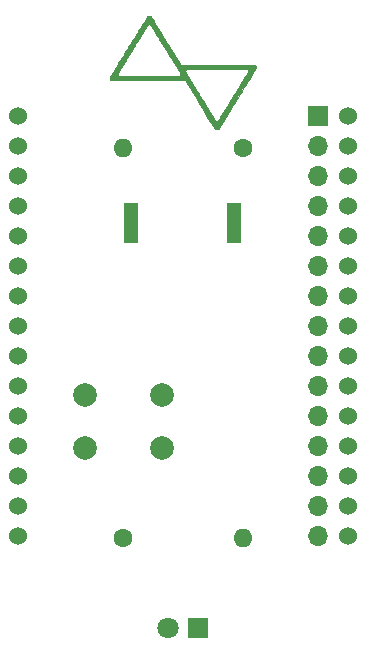
<source format=gbr>
%TF.GenerationSoftware,KiCad,Pcbnew,5.1.9*%
%TF.CreationDate,2021-03-28T18:49:31-04:00*%
%TF.ProjectId,easybutton,65617379-6275-4747-946f-6e2e6b696361,rev?*%
%TF.SameCoordinates,Original*%
%TF.FileFunction,Soldermask,Top*%
%TF.FilePolarity,Negative*%
%FSLAX46Y46*%
G04 Gerber Fmt 4.6, Leading zero omitted, Abs format (unit mm)*
G04 Created by KiCad (PCBNEW 5.1.9) date 2021-03-28 18:49:31*
%MOMM*%
%LPD*%
G01*
G04 APERTURE LIST*
%ADD10C,0.010000*%
%ADD11C,1.524000*%
%ADD12O,1.700000X1.700000*%
%ADD13R,1.700000X1.700000*%
%ADD14R,1.800000X1.800000*%
%ADD15C,1.800000*%
%ADD16C,1.600000*%
%ADD17O,1.600000X1.600000*%
%ADD18C,2.000000*%
%ADD19R,1.300000X3.400000*%
G04 APERTURE END LIST*
D10*
%TO.C,G\u002A\u002A\u002A*%
G36*
X134789740Y-75342274D02*
G01*
X134799669Y-75309162D01*
X134819096Y-75267189D01*
X134850360Y-75211273D01*
X134893918Y-75139380D01*
X134914878Y-75105397D01*
X134949971Y-75048404D01*
X134998138Y-74970125D01*
X135058319Y-74872286D01*
X135129453Y-74756610D01*
X135210482Y-74624822D01*
X135300345Y-74478648D01*
X135397983Y-74319812D01*
X135502336Y-74150039D01*
X135612343Y-73971052D01*
X135726945Y-73784578D01*
X135845083Y-73592341D01*
X135965696Y-73396065D01*
X136087725Y-73197475D01*
X136210110Y-72998296D01*
X136331791Y-72800253D01*
X136451707Y-72605070D01*
X136568801Y-72414473D01*
X136682010Y-72230184D01*
X136790277Y-72053931D01*
X136892541Y-71887436D01*
X136987741Y-71732426D01*
X137074819Y-71590624D01*
X137152714Y-71463755D01*
X137220367Y-71353544D01*
X137276718Y-71261717D01*
X137287973Y-71243371D01*
X137404126Y-71054050D01*
X137506116Y-70887917D01*
X137594948Y-70743414D01*
X137671629Y-70618980D01*
X137737166Y-70513053D01*
X137792563Y-70424074D01*
X137838828Y-70350483D01*
X137876966Y-70290718D01*
X137907983Y-70243221D01*
X137932886Y-70206429D01*
X137952680Y-70178783D01*
X137968372Y-70158723D01*
X137980967Y-70144687D01*
X137991473Y-70135116D01*
X138000894Y-70128450D01*
X138010237Y-70123127D01*
X138010284Y-70123102D01*
X138079879Y-70100092D01*
X138152472Y-70100418D01*
X138218281Y-70123797D01*
X138227149Y-70129400D01*
X138246842Y-70147962D01*
X138275390Y-70183486D01*
X138313776Y-70237434D01*
X138362984Y-70311269D01*
X138423999Y-70406454D01*
X138497804Y-70524451D01*
X138551827Y-70612000D01*
X138594907Y-70682106D01*
X138651919Y-70774887D01*
X138721598Y-70888285D01*
X138802680Y-71020242D01*
X138893901Y-71168700D01*
X138993996Y-71331601D01*
X139101700Y-71506887D01*
X139215748Y-71692499D01*
X139334877Y-71886380D01*
X139457821Y-72086472D01*
X139583317Y-72290717D01*
X139710099Y-72497056D01*
X139809304Y-72658514D01*
X140790287Y-74255085D01*
X143917258Y-74262342D01*
X144282526Y-74263217D01*
X144619794Y-74264086D01*
X144930095Y-74264956D01*
X145214457Y-74265838D01*
X145473910Y-74266738D01*
X145709485Y-74267667D01*
X145922212Y-74268632D01*
X146113121Y-74269642D01*
X146283241Y-74270705D01*
X146433603Y-74271831D01*
X146565236Y-74273028D01*
X146679172Y-74274303D01*
X146776439Y-74275667D01*
X146858069Y-74277128D01*
X146925090Y-74278693D01*
X146978533Y-74280372D01*
X147019428Y-74282173D01*
X147048805Y-74284106D01*
X147067695Y-74286177D01*
X147077126Y-74288397D01*
X147077663Y-74288669D01*
X147121339Y-74328303D01*
X147153083Y-74385604D01*
X147167278Y-74449902D01*
X147167546Y-74459362D01*
X147164775Y-74488697D01*
X147154846Y-74521809D01*
X147135419Y-74563782D01*
X147104155Y-74619698D01*
X147060597Y-74691591D01*
X147039637Y-74725574D01*
X147004544Y-74782567D01*
X146956377Y-74860845D01*
X146896196Y-74958685D01*
X146825062Y-75074361D01*
X146744033Y-75206148D01*
X146654170Y-75352322D01*
X146556532Y-75511159D01*
X146452179Y-75680932D01*
X146342172Y-75859918D01*
X146227570Y-76046392D01*
X146109432Y-76238630D01*
X145988819Y-76434906D01*
X145866790Y-76633495D01*
X145744405Y-76832674D01*
X145622724Y-77030717D01*
X145502808Y-77225900D01*
X145385714Y-77416498D01*
X145272505Y-77600786D01*
X145164238Y-77777040D01*
X145061974Y-77943534D01*
X144966774Y-78098545D01*
X144879696Y-78240347D01*
X144801801Y-78367216D01*
X144734148Y-78477426D01*
X144677797Y-78569254D01*
X144666542Y-78587600D01*
X144550389Y-78776921D01*
X144448399Y-78943053D01*
X144359567Y-79087556D01*
X144282886Y-79211991D01*
X144217349Y-79317918D01*
X144161952Y-79406896D01*
X144115687Y-79480488D01*
X144077549Y-79540252D01*
X144046532Y-79587750D01*
X144021629Y-79624542D01*
X144001835Y-79652188D01*
X143986143Y-79672248D01*
X143973548Y-79686284D01*
X143963042Y-79695854D01*
X143953621Y-79702521D01*
X143944278Y-79707844D01*
X143944231Y-79707869D01*
X143874636Y-79730879D01*
X143826916Y-79730665D01*
X143826916Y-79022974D01*
X143853775Y-79021292D01*
X143879023Y-79014901D01*
X143904361Y-79001660D01*
X143931491Y-78979431D01*
X143962114Y-78946073D01*
X143997933Y-78899449D01*
X144040648Y-78837418D01*
X144091962Y-78757842D01*
X144153577Y-78658581D01*
X144227193Y-78537496D01*
X144271364Y-78464228D01*
X144330308Y-78366870D01*
X144399064Y-78254255D01*
X144471932Y-78135663D01*
X144543211Y-78020373D01*
X144605772Y-77919942D01*
X144666519Y-77822633D01*
X144731249Y-77718471D01*
X144795233Y-77615097D01*
X144853745Y-77520151D01*
X144902057Y-77441271D01*
X144906660Y-77433714D01*
X144958079Y-77349335D01*
X145013404Y-77258683D01*
X145066872Y-77171196D01*
X145112717Y-77096310D01*
X145123877Y-77078114D01*
X145163810Y-77013014D01*
X145213985Y-76931187D01*
X145269483Y-76840658D01*
X145325383Y-76749452D01*
X145359678Y-76693485D01*
X145407023Y-76616299D01*
X145451328Y-76544229D01*
X145489493Y-76482304D01*
X145518421Y-76435549D01*
X145534087Y-76410457D01*
X145565379Y-76360570D01*
X145605381Y-76296189D01*
X145651920Y-76220869D01*
X145702824Y-76138167D01*
X145755919Y-76051638D01*
X145809034Y-75964838D01*
X145859995Y-75881322D01*
X145906629Y-75804646D01*
X145946765Y-75738366D01*
X145978230Y-75686037D01*
X145998850Y-75651214D01*
X146006453Y-75637455D01*
X146006458Y-75637412D01*
X146013754Y-75623595D01*
X146034190Y-75588742D01*
X146065585Y-75536471D01*
X146105755Y-75470403D01*
X146152521Y-75394157D01*
X146175784Y-75356443D01*
X146261705Y-75217166D01*
X146333210Y-75100301D01*
X146391224Y-75003619D01*
X146436675Y-74924889D01*
X146470491Y-74861882D01*
X146493599Y-74812368D01*
X146506925Y-74774119D01*
X146511399Y-74744903D01*
X146507946Y-74722492D01*
X146497494Y-74704656D01*
X146480970Y-74689166D01*
X146459616Y-74674003D01*
X146412032Y-74642051D01*
X143842100Y-74640512D01*
X143521876Y-74640323D01*
X143229398Y-74640166D01*
X142963382Y-74640054D01*
X142722545Y-74640002D01*
X142505604Y-74640023D01*
X142311276Y-74640131D01*
X142138278Y-74640340D01*
X141985327Y-74640664D01*
X141851140Y-74641115D01*
X141734432Y-74641710D01*
X141633923Y-74642460D01*
X141548327Y-74643379D01*
X141476363Y-74644483D01*
X141416747Y-74645784D01*
X141368195Y-74647296D01*
X141329426Y-74649033D01*
X141299155Y-74651009D01*
X141276100Y-74653237D01*
X141258977Y-74655732D01*
X141246503Y-74658507D01*
X141237396Y-74661576D01*
X141230372Y-74664953D01*
X141224147Y-74668652D01*
X141224124Y-74668666D01*
X141182265Y-74701303D01*
X141162598Y-74737976D01*
X141158686Y-74776039D01*
X141166048Y-74794766D01*
X141186842Y-74834854D01*
X141219133Y-74893040D01*
X141260984Y-74966059D01*
X141310459Y-75050647D01*
X141365621Y-75143538D01*
X141424535Y-75241470D01*
X141485263Y-75341177D01*
X141545870Y-75439395D01*
X141604420Y-75532860D01*
X141650340Y-75604914D01*
X141666925Y-75631322D01*
X141695546Y-75677557D01*
X141733146Y-75738653D01*
X141776667Y-75809641D01*
X141815651Y-75873428D01*
X141869090Y-75960881D01*
X141926146Y-76054065D01*
X141981537Y-76144365D01*
X142029980Y-76223164D01*
X142051487Y-76258057D01*
X142083195Y-76309512D01*
X142126951Y-76380631D01*
X142180755Y-76468158D01*
X142242607Y-76568834D01*
X142310509Y-76679400D01*
X142382462Y-76796600D01*
X142456465Y-76917174D01*
X142530521Y-77037865D01*
X142602629Y-77155415D01*
X142670791Y-77266566D01*
X142733007Y-77368060D01*
X142787279Y-77456639D01*
X142831606Y-77529045D01*
X142863991Y-77582020D01*
X142877317Y-77603879D01*
X142960427Y-77739912D01*
X143034403Y-77859589D01*
X143104711Y-77971648D01*
X143176814Y-78084825D01*
X143224844Y-78159428D01*
X143273522Y-78235439D01*
X143332607Y-78328721D01*
X143397382Y-78431767D01*
X143463132Y-78537071D01*
X143525141Y-78637126D01*
X143534872Y-78652914D01*
X143601145Y-78759838D01*
X143654724Y-78844302D01*
X143697632Y-78908867D01*
X143731890Y-78956097D01*
X143759521Y-78988553D01*
X143782547Y-79008797D01*
X143802989Y-79019391D01*
X143822870Y-79022898D01*
X143826916Y-79022974D01*
X143826916Y-79730665D01*
X143802043Y-79730552D01*
X143736234Y-79707174D01*
X143727366Y-79701571D01*
X143707673Y-79683009D01*
X143679125Y-79647485D01*
X143640739Y-79593537D01*
X143591531Y-79519701D01*
X143530516Y-79424517D01*
X143456711Y-79306519D01*
X143402688Y-79218971D01*
X143359608Y-79148865D01*
X143302596Y-79056084D01*
X143232917Y-78942685D01*
X143151835Y-78810728D01*
X143060614Y-78662270D01*
X142960519Y-78499370D01*
X142852815Y-78324084D01*
X142738767Y-78138472D01*
X142619638Y-77944590D01*
X142496694Y-77744499D01*
X142371198Y-77540254D01*
X142244416Y-77333915D01*
X142145211Y-77172457D01*
X141164228Y-75575885D01*
X138037257Y-75568628D01*
X137671989Y-75567753D01*
X137334721Y-75566885D01*
X137024420Y-75566014D01*
X136740058Y-75565133D01*
X136480605Y-75564232D01*
X136245030Y-75563304D01*
X136032303Y-75562339D01*
X135841394Y-75561329D01*
X135671274Y-75560265D01*
X135546531Y-75559332D01*
X135546531Y-75191648D01*
X138124008Y-75187824D01*
X138416723Y-75187317D01*
X138697827Y-75186686D01*
X138966074Y-75185940D01*
X139220218Y-75185086D01*
X139459013Y-75184133D01*
X139681212Y-75183088D01*
X139885568Y-75181960D01*
X140070837Y-75180757D01*
X140235772Y-75179487D01*
X140379126Y-75178157D01*
X140499652Y-75176777D01*
X140596106Y-75175353D01*
X140667240Y-75173895D01*
X140711809Y-75172410D01*
X140728500Y-75170942D01*
X140760608Y-75140910D01*
X140779853Y-75093994D01*
X140782612Y-75040829D01*
X140779008Y-75022698D01*
X140768026Y-74997848D01*
X140743791Y-74952158D01*
X140708462Y-74889391D01*
X140664193Y-74813309D01*
X140613143Y-74727674D01*
X140557763Y-74636727D01*
X140509129Y-74557641D01*
X140447689Y-74457658D01*
X140375805Y-74340630D01*
X140295844Y-74210406D01*
X140210168Y-74070839D01*
X140121142Y-73925780D01*
X140031131Y-73779080D01*
X139942500Y-73634591D01*
X139918026Y-73594685D01*
X139836601Y-73461960D01*
X139758240Y-73334316D01*
X139684526Y-73214328D01*
X139617044Y-73104569D01*
X139557376Y-73007613D01*
X139507108Y-72926035D01*
X139467822Y-72862409D01*
X139441102Y-72819308D01*
X139431311Y-72803657D01*
X139411709Y-72772266D01*
X139378900Y-72719306D01*
X139334844Y-72647956D01*
X139281501Y-72561397D01*
X139220830Y-72462812D01*
X139154792Y-72355380D01*
X139085347Y-72242283D01*
X139060466Y-72201734D01*
X138989707Y-72086613D01*
X138921103Y-71975413D01*
X138856706Y-71871430D01*
X138798569Y-71777962D01*
X138748743Y-71698305D01*
X138709281Y-71635756D01*
X138682235Y-71593613D01*
X138676472Y-71584877D01*
X138649744Y-71543892D01*
X138610839Y-71482916D01*
X138562750Y-71406705D01*
X138508472Y-71320018D01*
X138450996Y-71227613D01*
X138409023Y-71159741D01*
X138354321Y-71072131D01*
X138303293Y-70992441D01*
X138258254Y-70924126D01*
X138221522Y-70870644D01*
X138195411Y-70835450D01*
X138182934Y-70822283D01*
X138129778Y-70808748D01*
X138070914Y-70816980D01*
X138040131Y-70830832D01*
X138028673Y-70837796D01*
X138017921Y-70845654D01*
X138006371Y-70856674D01*
X137992520Y-70873123D01*
X137974864Y-70897268D01*
X137951900Y-70931376D01*
X137922125Y-70977713D01*
X137884034Y-71038549D01*
X137836125Y-71116148D01*
X137776894Y-71212780D01*
X137704838Y-71330710D01*
X137660687Y-71403028D01*
X137593696Y-71512593D01*
X137527536Y-71620479D01*
X137464711Y-71722628D01*
X137407723Y-71814982D01*
X137359073Y-71893486D01*
X137321265Y-71954080D01*
X137302634Y-71983600D01*
X137266870Y-72040320D01*
X137220182Y-72115190D01*
X137166702Y-72201538D01*
X137110561Y-72292694D01*
X137055890Y-72381988D01*
X137055429Y-72382742D01*
X137018082Y-72443847D01*
X136967482Y-72526472D01*
X136905593Y-72627418D01*
X136834379Y-72743485D01*
X136755804Y-72871475D01*
X136671832Y-73008187D01*
X136584427Y-73150422D01*
X136495554Y-73294981D01*
X136429300Y-73402703D01*
X136346549Y-73537318D01*
X136268484Y-73664498D01*
X136196409Y-73782109D01*
X136131624Y-73888017D01*
X136075432Y-73980087D01*
X136029136Y-74056186D01*
X135994038Y-74114181D01*
X135971439Y-74151936D01*
X135962642Y-74167317D01*
X135962572Y-74167539D01*
X135955194Y-74181689D01*
X135934169Y-74217762D01*
X135901162Y-74273021D01*
X135857839Y-74344727D01*
X135805864Y-74430142D01*
X135746901Y-74526527D01*
X135682617Y-74631143D01*
X135614674Y-74741254D01*
X135565204Y-74821142D01*
X135510795Y-74911027D01*
X135472480Y-74980911D01*
X135449519Y-75034441D01*
X135441174Y-75075267D01*
X135446706Y-75107038D01*
X135465376Y-75133401D01*
X135496445Y-75158007D01*
X135496923Y-75158328D01*
X135546531Y-75191648D01*
X135546531Y-75559332D01*
X135520912Y-75559140D01*
X135389279Y-75557943D01*
X135275343Y-75556667D01*
X135178076Y-75555303D01*
X135096446Y-75553843D01*
X135029425Y-75552278D01*
X134975982Y-75550599D01*
X134935087Y-75548797D01*
X134905710Y-75546865D01*
X134886820Y-75544793D01*
X134877389Y-75542574D01*
X134876852Y-75542302D01*
X134833176Y-75502667D01*
X134801432Y-75445367D01*
X134787237Y-75381069D01*
X134786969Y-75371608D01*
X134789740Y-75342274D01*
G37*
X134789740Y-75342274D02*
X134799669Y-75309162D01*
X134819096Y-75267189D01*
X134850360Y-75211273D01*
X134893918Y-75139380D01*
X134914878Y-75105397D01*
X134949971Y-75048404D01*
X134998138Y-74970125D01*
X135058319Y-74872286D01*
X135129453Y-74756610D01*
X135210482Y-74624822D01*
X135300345Y-74478648D01*
X135397983Y-74319812D01*
X135502336Y-74150039D01*
X135612343Y-73971052D01*
X135726945Y-73784578D01*
X135845083Y-73592341D01*
X135965696Y-73396065D01*
X136087725Y-73197475D01*
X136210110Y-72998296D01*
X136331791Y-72800253D01*
X136451707Y-72605070D01*
X136568801Y-72414473D01*
X136682010Y-72230184D01*
X136790277Y-72053931D01*
X136892541Y-71887436D01*
X136987741Y-71732426D01*
X137074819Y-71590624D01*
X137152714Y-71463755D01*
X137220367Y-71353544D01*
X137276718Y-71261717D01*
X137287973Y-71243371D01*
X137404126Y-71054050D01*
X137506116Y-70887917D01*
X137594948Y-70743414D01*
X137671629Y-70618980D01*
X137737166Y-70513053D01*
X137792563Y-70424074D01*
X137838828Y-70350483D01*
X137876966Y-70290718D01*
X137907983Y-70243221D01*
X137932886Y-70206429D01*
X137952680Y-70178783D01*
X137968372Y-70158723D01*
X137980967Y-70144687D01*
X137991473Y-70135116D01*
X138000894Y-70128450D01*
X138010237Y-70123127D01*
X138010284Y-70123102D01*
X138079879Y-70100092D01*
X138152472Y-70100418D01*
X138218281Y-70123797D01*
X138227149Y-70129400D01*
X138246842Y-70147962D01*
X138275390Y-70183486D01*
X138313776Y-70237434D01*
X138362984Y-70311269D01*
X138423999Y-70406454D01*
X138497804Y-70524451D01*
X138551827Y-70612000D01*
X138594907Y-70682106D01*
X138651919Y-70774887D01*
X138721598Y-70888285D01*
X138802680Y-71020242D01*
X138893901Y-71168700D01*
X138993996Y-71331601D01*
X139101700Y-71506887D01*
X139215748Y-71692499D01*
X139334877Y-71886380D01*
X139457821Y-72086472D01*
X139583317Y-72290717D01*
X139710099Y-72497056D01*
X139809304Y-72658514D01*
X140790287Y-74255085D01*
X143917258Y-74262342D01*
X144282526Y-74263217D01*
X144619794Y-74264086D01*
X144930095Y-74264956D01*
X145214457Y-74265838D01*
X145473910Y-74266738D01*
X145709485Y-74267667D01*
X145922212Y-74268632D01*
X146113121Y-74269642D01*
X146283241Y-74270705D01*
X146433603Y-74271831D01*
X146565236Y-74273028D01*
X146679172Y-74274303D01*
X146776439Y-74275667D01*
X146858069Y-74277128D01*
X146925090Y-74278693D01*
X146978533Y-74280372D01*
X147019428Y-74282173D01*
X147048805Y-74284106D01*
X147067695Y-74286177D01*
X147077126Y-74288397D01*
X147077663Y-74288669D01*
X147121339Y-74328303D01*
X147153083Y-74385604D01*
X147167278Y-74449902D01*
X147167546Y-74459362D01*
X147164775Y-74488697D01*
X147154846Y-74521809D01*
X147135419Y-74563782D01*
X147104155Y-74619698D01*
X147060597Y-74691591D01*
X147039637Y-74725574D01*
X147004544Y-74782567D01*
X146956377Y-74860845D01*
X146896196Y-74958685D01*
X146825062Y-75074361D01*
X146744033Y-75206148D01*
X146654170Y-75352322D01*
X146556532Y-75511159D01*
X146452179Y-75680932D01*
X146342172Y-75859918D01*
X146227570Y-76046392D01*
X146109432Y-76238630D01*
X145988819Y-76434906D01*
X145866790Y-76633495D01*
X145744405Y-76832674D01*
X145622724Y-77030717D01*
X145502808Y-77225900D01*
X145385714Y-77416498D01*
X145272505Y-77600786D01*
X145164238Y-77777040D01*
X145061974Y-77943534D01*
X144966774Y-78098545D01*
X144879696Y-78240347D01*
X144801801Y-78367216D01*
X144734148Y-78477426D01*
X144677797Y-78569254D01*
X144666542Y-78587600D01*
X144550389Y-78776921D01*
X144448399Y-78943053D01*
X144359567Y-79087556D01*
X144282886Y-79211991D01*
X144217349Y-79317918D01*
X144161952Y-79406896D01*
X144115687Y-79480488D01*
X144077549Y-79540252D01*
X144046532Y-79587750D01*
X144021629Y-79624542D01*
X144001835Y-79652188D01*
X143986143Y-79672248D01*
X143973548Y-79686284D01*
X143963042Y-79695854D01*
X143953621Y-79702521D01*
X143944278Y-79707844D01*
X143944231Y-79707869D01*
X143874636Y-79730879D01*
X143826916Y-79730665D01*
X143826916Y-79022974D01*
X143853775Y-79021292D01*
X143879023Y-79014901D01*
X143904361Y-79001660D01*
X143931491Y-78979431D01*
X143962114Y-78946073D01*
X143997933Y-78899449D01*
X144040648Y-78837418D01*
X144091962Y-78757842D01*
X144153577Y-78658581D01*
X144227193Y-78537496D01*
X144271364Y-78464228D01*
X144330308Y-78366870D01*
X144399064Y-78254255D01*
X144471932Y-78135663D01*
X144543211Y-78020373D01*
X144605772Y-77919942D01*
X144666519Y-77822633D01*
X144731249Y-77718471D01*
X144795233Y-77615097D01*
X144853745Y-77520151D01*
X144902057Y-77441271D01*
X144906660Y-77433714D01*
X144958079Y-77349335D01*
X145013404Y-77258683D01*
X145066872Y-77171196D01*
X145112717Y-77096310D01*
X145123877Y-77078114D01*
X145163810Y-77013014D01*
X145213985Y-76931187D01*
X145269483Y-76840658D01*
X145325383Y-76749452D01*
X145359678Y-76693485D01*
X145407023Y-76616299D01*
X145451328Y-76544229D01*
X145489493Y-76482304D01*
X145518421Y-76435549D01*
X145534087Y-76410457D01*
X145565379Y-76360570D01*
X145605381Y-76296189D01*
X145651920Y-76220869D01*
X145702824Y-76138167D01*
X145755919Y-76051638D01*
X145809034Y-75964838D01*
X145859995Y-75881322D01*
X145906629Y-75804646D01*
X145946765Y-75738366D01*
X145978230Y-75686037D01*
X145998850Y-75651214D01*
X146006453Y-75637455D01*
X146006458Y-75637412D01*
X146013754Y-75623595D01*
X146034190Y-75588742D01*
X146065585Y-75536471D01*
X146105755Y-75470403D01*
X146152521Y-75394157D01*
X146175784Y-75356443D01*
X146261705Y-75217166D01*
X146333210Y-75100301D01*
X146391224Y-75003619D01*
X146436675Y-74924889D01*
X146470491Y-74861882D01*
X146493599Y-74812368D01*
X146506925Y-74774119D01*
X146511399Y-74744903D01*
X146507946Y-74722492D01*
X146497494Y-74704656D01*
X146480970Y-74689166D01*
X146459616Y-74674003D01*
X146412032Y-74642051D01*
X143842100Y-74640512D01*
X143521876Y-74640323D01*
X143229398Y-74640166D01*
X142963382Y-74640054D01*
X142722545Y-74640002D01*
X142505604Y-74640023D01*
X142311276Y-74640131D01*
X142138278Y-74640340D01*
X141985327Y-74640664D01*
X141851140Y-74641115D01*
X141734432Y-74641710D01*
X141633923Y-74642460D01*
X141548327Y-74643379D01*
X141476363Y-74644483D01*
X141416747Y-74645784D01*
X141368195Y-74647296D01*
X141329426Y-74649033D01*
X141299155Y-74651009D01*
X141276100Y-74653237D01*
X141258977Y-74655732D01*
X141246503Y-74658507D01*
X141237396Y-74661576D01*
X141230372Y-74664953D01*
X141224147Y-74668652D01*
X141224124Y-74668666D01*
X141182265Y-74701303D01*
X141162598Y-74737976D01*
X141158686Y-74776039D01*
X141166048Y-74794766D01*
X141186842Y-74834854D01*
X141219133Y-74893040D01*
X141260984Y-74966059D01*
X141310459Y-75050647D01*
X141365621Y-75143538D01*
X141424535Y-75241470D01*
X141485263Y-75341177D01*
X141545870Y-75439395D01*
X141604420Y-75532860D01*
X141650340Y-75604914D01*
X141666925Y-75631322D01*
X141695546Y-75677557D01*
X141733146Y-75738653D01*
X141776667Y-75809641D01*
X141815651Y-75873428D01*
X141869090Y-75960881D01*
X141926146Y-76054065D01*
X141981537Y-76144365D01*
X142029980Y-76223164D01*
X142051487Y-76258057D01*
X142083195Y-76309512D01*
X142126951Y-76380631D01*
X142180755Y-76468158D01*
X142242607Y-76568834D01*
X142310509Y-76679400D01*
X142382462Y-76796600D01*
X142456465Y-76917174D01*
X142530521Y-77037865D01*
X142602629Y-77155415D01*
X142670791Y-77266566D01*
X142733007Y-77368060D01*
X142787279Y-77456639D01*
X142831606Y-77529045D01*
X142863991Y-77582020D01*
X142877317Y-77603879D01*
X142960427Y-77739912D01*
X143034403Y-77859589D01*
X143104711Y-77971648D01*
X143176814Y-78084825D01*
X143224844Y-78159428D01*
X143273522Y-78235439D01*
X143332607Y-78328721D01*
X143397382Y-78431767D01*
X143463132Y-78537071D01*
X143525141Y-78637126D01*
X143534872Y-78652914D01*
X143601145Y-78759838D01*
X143654724Y-78844302D01*
X143697632Y-78908867D01*
X143731890Y-78956097D01*
X143759521Y-78988553D01*
X143782547Y-79008797D01*
X143802989Y-79019391D01*
X143822870Y-79022898D01*
X143826916Y-79022974D01*
X143826916Y-79730665D01*
X143802043Y-79730552D01*
X143736234Y-79707174D01*
X143727366Y-79701571D01*
X143707673Y-79683009D01*
X143679125Y-79647485D01*
X143640739Y-79593537D01*
X143591531Y-79519701D01*
X143530516Y-79424517D01*
X143456711Y-79306519D01*
X143402688Y-79218971D01*
X143359608Y-79148865D01*
X143302596Y-79056084D01*
X143232917Y-78942685D01*
X143151835Y-78810728D01*
X143060614Y-78662270D01*
X142960519Y-78499370D01*
X142852815Y-78324084D01*
X142738767Y-78138472D01*
X142619638Y-77944590D01*
X142496694Y-77744499D01*
X142371198Y-77540254D01*
X142244416Y-77333915D01*
X142145211Y-77172457D01*
X141164228Y-75575885D01*
X138037257Y-75568628D01*
X137671989Y-75567753D01*
X137334721Y-75566885D01*
X137024420Y-75566014D01*
X136740058Y-75565133D01*
X136480605Y-75564232D01*
X136245030Y-75563304D01*
X136032303Y-75562339D01*
X135841394Y-75561329D01*
X135671274Y-75560265D01*
X135546531Y-75559332D01*
X135546531Y-75191648D01*
X138124008Y-75187824D01*
X138416723Y-75187317D01*
X138697827Y-75186686D01*
X138966074Y-75185940D01*
X139220218Y-75185086D01*
X139459013Y-75184133D01*
X139681212Y-75183088D01*
X139885568Y-75181960D01*
X140070837Y-75180757D01*
X140235772Y-75179487D01*
X140379126Y-75178157D01*
X140499652Y-75176777D01*
X140596106Y-75175353D01*
X140667240Y-75173895D01*
X140711809Y-75172410D01*
X140728500Y-75170942D01*
X140760608Y-75140910D01*
X140779853Y-75093994D01*
X140782612Y-75040829D01*
X140779008Y-75022698D01*
X140768026Y-74997848D01*
X140743791Y-74952158D01*
X140708462Y-74889391D01*
X140664193Y-74813309D01*
X140613143Y-74727674D01*
X140557763Y-74636727D01*
X140509129Y-74557641D01*
X140447689Y-74457658D01*
X140375805Y-74340630D01*
X140295844Y-74210406D01*
X140210168Y-74070839D01*
X140121142Y-73925780D01*
X140031131Y-73779080D01*
X139942500Y-73634591D01*
X139918026Y-73594685D01*
X139836601Y-73461960D01*
X139758240Y-73334316D01*
X139684526Y-73214328D01*
X139617044Y-73104569D01*
X139557376Y-73007613D01*
X139507108Y-72926035D01*
X139467822Y-72862409D01*
X139441102Y-72819308D01*
X139431311Y-72803657D01*
X139411709Y-72772266D01*
X139378900Y-72719306D01*
X139334844Y-72647956D01*
X139281501Y-72561397D01*
X139220830Y-72462812D01*
X139154792Y-72355380D01*
X139085347Y-72242283D01*
X139060466Y-72201734D01*
X138989707Y-72086613D01*
X138921103Y-71975413D01*
X138856706Y-71871430D01*
X138798569Y-71777962D01*
X138748743Y-71698305D01*
X138709281Y-71635756D01*
X138682235Y-71593613D01*
X138676472Y-71584877D01*
X138649744Y-71543892D01*
X138610839Y-71482916D01*
X138562750Y-71406705D01*
X138508472Y-71320018D01*
X138450996Y-71227613D01*
X138409023Y-71159741D01*
X138354321Y-71072131D01*
X138303293Y-70992441D01*
X138258254Y-70924126D01*
X138221522Y-70870644D01*
X138195411Y-70835450D01*
X138182934Y-70822283D01*
X138129778Y-70808748D01*
X138070914Y-70816980D01*
X138040131Y-70830832D01*
X138028673Y-70837796D01*
X138017921Y-70845654D01*
X138006371Y-70856674D01*
X137992520Y-70873123D01*
X137974864Y-70897268D01*
X137951900Y-70931376D01*
X137922125Y-70977713D01*
X137884034Y-71038549D01*
X137836125Y-71116148D01*
X137776894Y-71212780D01*
X137704838Y-71330710D01*
X137660687Y-71403028D01*
X137593696Y-71512593D01*
X137527536Y-71620479D01*
X137464711Y-71722628D01*
X137407723Y-71814982D01*
X137359073Y-71893486D01*
X137321265Y-71954080D01*
X137302634Y-71983600D01*
X137266870Y-72040320D01*
X137220182Y-72115190D01*
X137166702Y-72201538D01*
X137110561Y-72292694D01*
X137055890Y-72381988D01*
X137055429Y-72382742D01*
X137018082Y-72443847D01*
X136967482Y-72526472D01*
X136905593Y-72627418D01*
X136834379Y-72743485D01*
X136755804Y-72871475D01*
X136671832Y-73008187D01*
X136584427Y-73150422D01*
X136495554Y-73294981D01*
X136429300Y-73402703D01*
X136346549Y-73537318D01*
X136268484Y-73664498D01*
X136196409Y-73782109D01*
X136131624Y-73888017D01*
X136075432Y-73980087D01*
X136029136Y-74056186D01*
X135994038Y-74114181D01*
X135971439Y-74151936D01*
X135962642Y-74167317D01*
X135962572Y-74167539D01*
X135955194Y-74181689D01*
X135934169Y-74217762D01*
X135901162Y-74273021D01*
X135857839Y-74344727D01*
X135805864Y-74430142D01*
X135746901Y-74526527D01*
X135682617Y-74631143D01*
X135614674Y-74741254D01*
X135565204Y-74821142D01*
X135510795Y-74911027D01*
X135472480Y-74980911D01*
X135449519Y-75034441D01*
X135441174Y-75075267D01*
X135446706Y-75107038D01*
X135465376Y-75133401D01*
X135496445Y-75158007D01*
X135496923Y-75158328D01*
X135546531Y-75191648D01*
X135546531Y-75559332D01*
X135520912Y-75559140D01*
X135389279Y-75557943D01*
X135275343Y-75556667D01*
X135178076Y-75555303D01*
X135096446Y-75553843D01*
X135029425Y-75552278D01*
X134975982Y-75550599D01*
X134935087Y-75548797D01*
X134905710Y-75546865D01*
X134886820Y-75544793D01*
X134877389Y-75542574D01*
X134876852Y-75542302D01*
X134833176Y-75502667D01*
X134801432Y-75445367D01*
X134787237Y-75381069D01*
X134786969Y-75371608D01*
X134789740Y-75342274D01*
%TD*%
D11*
%TO.C,U1*%
X154940000Y-78581250D03*
X154940000Y-81121250D03*
X154940000Y-83661250D03*
X154940000Y-86201250D03*
X154940000Y-88741250D03*
X154940000Y-91281250D03*
X154940000Y-93821250D03*
X154940000Y-96361250D03*
X154940000Y-98901250D03*
X154940000Y-101441250D03*
X154940000Y-103981250D03*
X154940000Y-106521250D03*
X154940000Y-109061250D03*
X154940000Y-111601250D03*
X154940000Y-114141250D03*
X127000000Y-114141250D03*
X127000000Y-111601250D03*
X127000000Y-109061250D03*
X127000000Y-106521250D03*
X127000000Y-103981250D03*
X127000000Y-101441250D03*
X127000000Y-98901250D03*
X127000000Y-96361250D03*
X127000000Y-93821250D03*
X127000000Y-91281250D03*
X127000000Y-88741250D03*
X127000000Y-86201250D03*
X127000000Y-83661250D03*
X127000000Y-81121250D03*
X127000000Y-78581250D03*
%TD*%
D12*
%TO.C,REF\u002A\u002A*%
X152400000Y-114122200D03*
X152400000Y-111582200D03*
X152400000Y-109042200D03*
X152400000Y-106502200D03*
X152400000Y-103962200D03*
X152400000Y-101422200D03*
X152400000Y-98882200D03*
X152400000Y-96342200D03*
X152400000Y-93802200D03*
X152400000Y-91262200D03*
X152400000Y-88722200D03*
X152400000Y-86182200D03*
X152400000Y-83642200D03*
X152400000Y-81102200D03*
D13*
X152400000Y-78562200D03*
%TD*%
D14*
%TO.C,D1*%
X142240000Y-121920000D03*
D15*
X139700000Y-121920000D03*
%TD*%
D16*
%TO.C,R1*%
X146050000Y-81280000D03*
D17*
X135890000Y-81280000D03*
%TD*%
D18*
%TO.C,SW1*%
X132715000Y-106735000D03*
X132715000Y-102235000D03*
X139215000Y-106735000D03*
X139215000Y-102235000D03*
%TD*%
D19*
%TO.C,BZ1*%
X136620000Y-87630000D03*
X145320000Y-87630000D03*
%TD*%
D16*
%TO.C,R2*%
X135890000Y-114300000D03*
D17*
X146050000Y-114300000D03*
%TD*%
M02*

</source>
